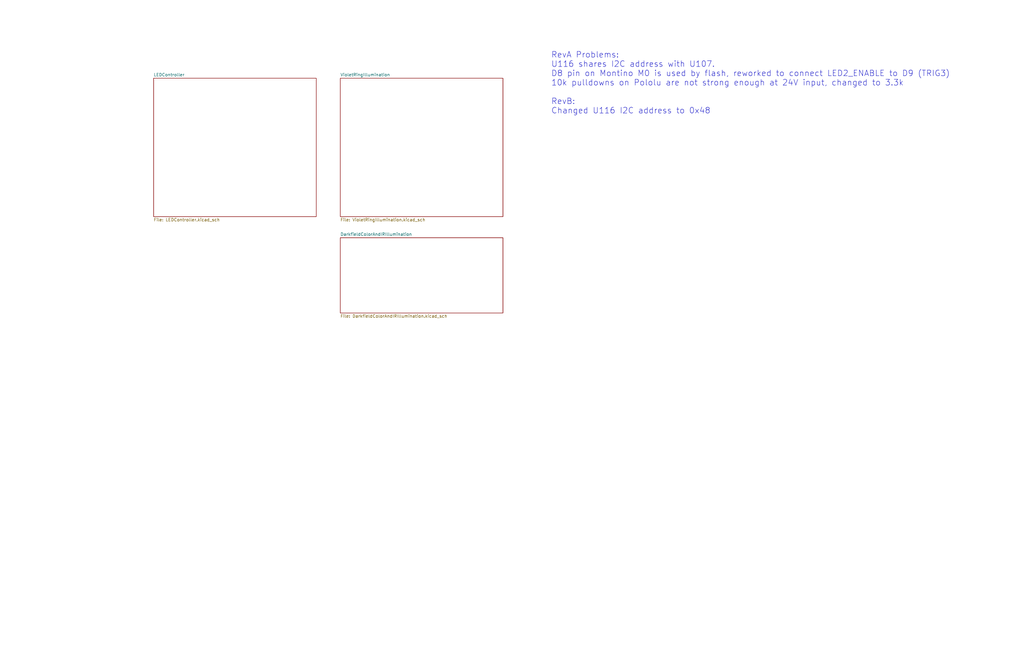
<source format=kicad_sch>
(kicad_sch (version 20230121) (generator eeschema)
  (paper "B")
  (title_block (title "BUM2 LED Controller") (date "2023-01-10") (rev "B"))
  (lib_symbols)
  (text "RevA Problems:\nU116 shares I2C address with U107. \nD8 pin on Montino M0 is used by flash, reworked to connect LED2_ENABLE to D9 (TRIG3)\n10k pulldowns on Pololu are not strong enough at 24V input, changed to 3.3k\n\nRevB:\nChanged U116 I2C address to 0x48" (at 232.41 48.26 0) (effects (font (size 2.44 2.44)) (justify left bottom)))
  (sheet (at 64.77 33.02) (size 68.58 58.42) (stroke (width 0.1524))
    (property "Sheetname" "LEDController" (at 64.77 32.3084 0) (effects (justify left bottom)))
    (property "Sheetfile" "LEDController.kicad_sch" (at 64.77 92.0246 0) (effects (justify left top)))
  )
  (sheet (at 143.51 33.02) (size 68.58 58.42) (stroke (width 0.1524))
    (property "Sheetname" "VioletRingIllumination" (at 143.51 32.3084 0) (effects (justify left bottom)))
    (property "Sheetfile" "VioletRingIllumination.kicad_sch" (at 143.51 92.0246 0) (effects (justify left top)))
  )
  (sheet (at 143.51 100.33) (size 68.58 31.75) (stroke (width 0.1524))
    (property "Sheetname" "DarkfieldColorAndIRIllumination" (at 143.51 99.6184 0) (effects (justify left bottom)))
    (property "Sheetfile" "DarkfieldColorAndIRIllumination.kicad_sch" (at 143.51 132.6646 0) (effects (justify left top)))
  )
)
</source>
